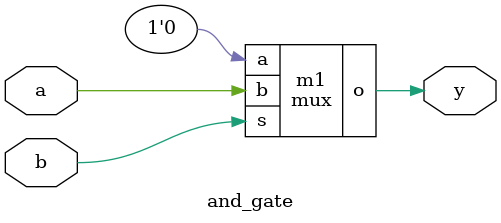
<source format=v>
module mux (
  input a,
  input b,
  input s,
  output o
);

 assign o = (~s & a) | (s & b);

endmodule

module and_gate (
  input a,
  input b,
  output y
  );
 
  mux m1( .a(1'b0), .b(a), .s(b), .o(y));
  
endmodule 
</source>
